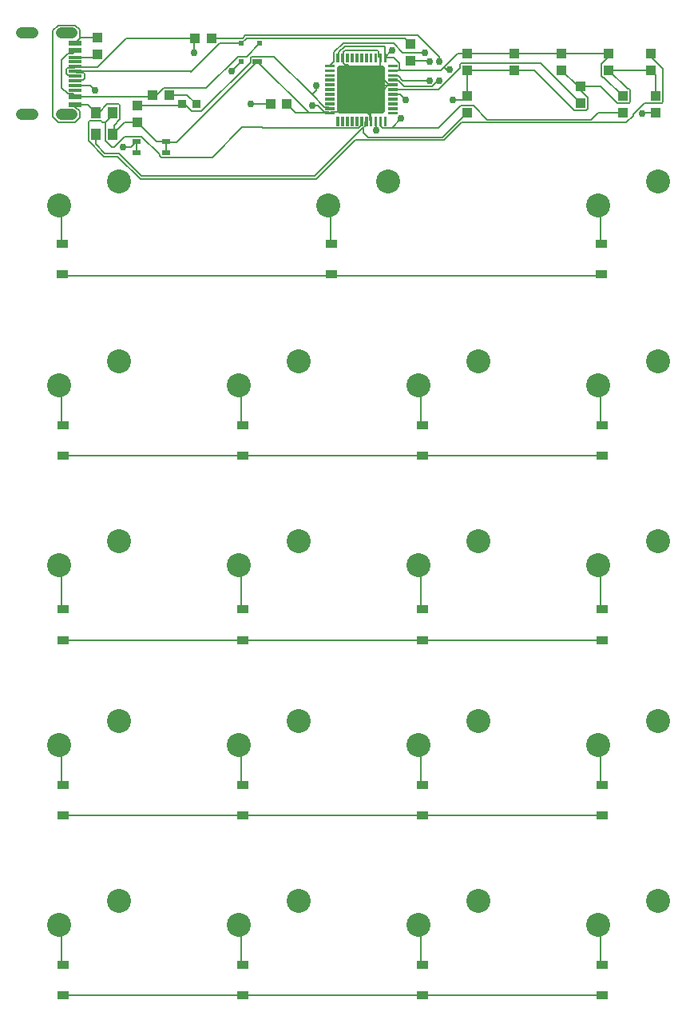
<source format=gbr>
G04 EAGLE Gerber RS-274X export*
G75*
%MOMM*%
%FSLAX34Y34*%
%LPD*%
%INBottom Copper*%
%IPPOS*%
%AMOC8*
5,1,8,0,0,1.08239X$1,22.5*%
G01*
%ADD10C,2.540000*%
%ADD11R,1.220000X0.910000*%
%ADD12C,0.508000*%
%ADD13C,0.075000*%
%ADD14R,1.450000X0.600000*%
%ADD15R,1.450000X0.300000*%
%ADD16C,1.158000*%
%ADD17R,1.080000X1.050000*%
%ADD18R,1.050000X1.080000*%
%ADD19R,1.050000X1.300000*%
%ADD20R,0.950000X0.550000*%
%ADD21R,0.900000X0.970200*%
%ADD22R,0.932600X0.970200*%
%ADD23R,1.000000X0.600000*%
%ADD24R,0.600000X0.600000*%
%ADD25R,1.000000X1.000000*%
%ADD26C,0.152400*%
%ADD27C,0.756400*%


D10*
X57150Y882650D03*
X120650Y908050D03*
X342900Y882650D03*
X406400Y908050D03*
X628650Y882650D03*
X692150Y908050D03*
X57150Y692150D03*
X120650Y717550D03*
X247650Y692150D03*
X311150Y717550D03*
X438150Y692150D03*
X501650Y717550D03*
X628650Y692150D03*
X692150Y717550D03*
X57150Y501650D03*
X120650Y527050D03*
X247650Y501650D03*
X311150Y527050D03*
X438150Y501650D03*
X501650Y527050D03*
X628650Y501650D03*
X692150Y527050D03*
X57150Y311150D03*
X120650Y336550D03*
X247650Y311150D03*
X311150Y336550D03*
X438150Y311150D03*
X501650Y336550D03*
X628650Y311150D03*
X692150Y336550D03*
X57150Y120650D03*
X120650Y146050D03*
X247650Y120650D03*
X311150Y146050D03*
X438150Y120650D03*
X501650Y146050D03*
X628650Y120650D03*
X692150Y146050D03*
D11*
X60559Y809878D03*
X60559Y842578D03*
X346309Y809878D03*
X346309Y842578D03*
X632059Y809878D03*
X632059Y842578D03*
X61438Y617775D03*
X61438Y650475D03*
X251938Y617775D03*
X251938Y650475D03*
X442438Y617775D03*
X442438Y650475D03*
X632938Y617775D03*
X632938Y650475D03*
X61438Y422275D03*
X61438Y454975D03*
X251938Y422275D03*
X251938Y454975D03*
X442438Y422275D03*
X442438Y454975D03*
X632938Y422275D03*
X632938Y454975D03*
X61438Y236775D03*
X61438Y269475D03*
X251938Y236775D03*
X251938Y269475D03*
X442438Y236775D03*
X442438Y269475D03*
X632938Y236775D03*
X632938Y269475D03*
X61438Y46275D03*
X61438Y78975D03*
X251938Y46275D03*
X251938Y78975D03*
X442438Y46275D03*
X442438Y78975D03*
X632938Y46275D03*
X632938Y78975D03*
D12*
X400370Y1028855D02*
X354650Y1028855D01*
X400370Y1028855D02*
X400370Y983135D01*
X354650Y983135D01*
X354650Y1028855D01*
X354650Y987961D02*
X400370Y987961D01*
X400370Y992787D02*
X354650Y992787D01*
X354650Y997613D02*
X400370Y997613D01*
X400370Y1002439D02*
X354650Y1002439D01*
X354650Y1007265D02*
X400370Y1007265D01*
X400370Y1012091D02*
X354650Y1012091D01*
X354650Y1016917D02*
X400370Y1016917D01*
X400370Y1021743D02*
X354650Y1021743D01*
X354650Y1026569D02*
X400370Y1026569D01*
D13*
X406385Y1029870D02*
X415635Y1029870D01*
X406385Y1029870D02*
X406385Y1032120D01*
X415635Y1032120D01*
X415635Y1029870D01*
X415635Y1030582D02*
X406385Y1030582D01*
X406385Y1031294D02*
X415635Y1031294D01*
X415635Y1032006D02*
X406385Y1032006D01*
X406385Y1024870D02*
X415635Y1024870D01*
X406385Y1024870D02*
X406385Y1027120D01*
X415635Y1027120D01*
X415635Y1024870D01*
X415635Y1025582D02*
X406385Y1025582D01*
X406385Y1026294D02*
X415635Y1026294D01*
X415635Y1027006D02*
X406385Y1027006D01*
X406385Y1019870D02*
X415635Y1019870D01*
X406385Y1019870D02*
X406385Y1022120D01*
X415635Y1022120D01*
X415635Y1019870D01*
X415635Y1020582D02*
X406385Y1020582D01*
X406385Y1021294D02*
X415635Y1021294D01*
X415635Y1022006D02*
X406385Y1022006D01*
X406385Y1014870D02*
X415635Y1014870D01*
X406385Y1014870D02*
X406385Y1017120D01*
X415635Y1017120D01*
X415635Y1014870D01*
X415635Y1015582D02*
X406385Y1015582D01*
X406385Y1016294D02*
X415635Y1016294D01*
X415635Y1017006D02*
X406385Y1017006D01*
X406385Y1009870D02*
X415635Y1009870D01*
X406385Y1009870D02*
X406385Y1012120D01*
X415635Y1012120D01*
X415635Y1009870D01*
X415635Y1010582D02*
X406385Y1010582D01*
X406385Y1011294D02*
X415635Y1011294D01*
X415635Y1012006D02*
X406385Y1012006D01*
X406385Y1004870D02*
X415635Y1004870D01*
X406385Y1004870D02*
X406385Y1007120D01*
X415635Y1007120D01*
X415635Y1004870D01*
X415635Y1005582D02*
X406385Y1005582D01*
X406385Y1006294D02*
X415635Y1006294D01*
X415635Y1007006D02*
X406385Y1007006D01*
X406385Y999870D02*
X415635Y999870D01*
X406385Y999870D02*
X406385Y1002120D01*
X415635Y1002120D01*
X415635Y999870D01*
X415635Y1000582D02*
X406385Y1000582D01*
X406385Y1001294D02*
X415635Y1001294D01*
X415635Y1002006D02*
X406385Y1002006D01*
X406385Y994870D02*
X415635Y994870D01*
X406385Y994870D02*
X406385Y997120D01*
X415635Y997120D01*
X415635Y994870D01*
X415635Y995582D02*
X406385Y995582D01*
X406385Y996294D02*
X415635Y996294D01*
X415635Y997006D02*
X406385Y997006D01*
X406385Y989870D02*
X415635Y989870D01*
X406385Y989870D02*
X406385Y992120D01*
X415635Y992120D01*
X415635Y989870D01*
X415635Y990582D02*
X406385Y990582D01*
X406385Y991294D02*
X415635Y991294D01*
X415635Y992006D02*
X406385Y992006D01*
X406385Y984870D02*
X415635Y984870D01*
X406385Y984870D02*
X406385Y987120D01*
X415635Y987120D01*
X415635Y984870D01*
X415635Y985582D02*
X406385Y985582D01*
X406385Y986294D02*
X415635Y986294D01*
X415635Y987006D02*
X406385Y987006D01*
X406385Y979870D02*
X415635Y979870D01*
X406385Y979870D02*
X406385Y982120D01*
X415635Y982120D01*
X415635Y979870D01*
X415635Y980582D02*
X406385Y980582D01*
X406385Y981294D02*
X415635Y981294D01*
X415635Y982006D02*
X406385Y982006D01*
X401385Y977120D02*
X401385Y967870D01*
X401385Y977120D02*
X403635Y977120D01*
X403635Y967870D01*
X401385Y967870D01*
X401385Y968582D02*
X403635Y968582D01*
X403635Y969294D02*
X401385Y969294D01*
X401385Y970006D02*
X403635Y970006D01*
X403635Y970718D02*
X401385Y970718D01*
X401385Y971430D02*
X403635Y971430D01*
X403635Y972142D02*
X401385Y972142D01*
X401385Y972854D02*
X403635Y972854D01*
X403635Y973566D02*
X401385Y973566D01*
X401385Y974278D02*
X403635Y974278D01*
X403635Y974990D02*
X401385Y974990D01*
X401385Y975702D02*
X403635Y975702D01*
X403635Y976414D02*
X401385Y976414D01*
X396385Y977120D02*
X396385Y967870D01*
X396385Y977120D02*
X398635Y977120D01*
X398635Y967870D01*
X396385Y967870D01*
X396385Y968582D02*
X398635Y968582D01*
X398635Y969294D02*
X396385Y969294D01*
X396385Y970006D02*
X398635Y970006D01*
X398635Y970718D02*
X396385Y970718D01*
X396385Y971430D02*
X398635Y971430D01*
X398635Y972142D02*
X396385Y972142D01*
X396385Y972854D02*
X398635Y972854D01*
X398635Y973566D02*
X396385Y973566D01*
X396385Y974278D02*
X398635Y974278D01*
X398635Y974990D02*
X396385Y974990D01*
X396385Y975702D02*
X398635Y975702D01*
X398635Y976414D02*
X396385Y976414D01*
X391385Y977120D02*
X391385Y967870D01*
X391385Y977120D02*
X393635Y977120D01*
X393635Y967870D01*
X391385Y967870D01*
X391385Y968582D02*
X393635Y968582D01*
X393635Y969294D02*
X391385Y969294D01*
X391385Y970006D02*
X393635Y970006D01*
X393635Y970718D02*
X391385Y970718D01*
X391385Y971430D02*
X393635Y971430D01*
X393635Y972142D02*
X391385Y972142D01*
X391385Y972854D02*
X393635Y972854D01*
X393635Y973566D02*
X391385Y973566D01*
X391385Y974278D02*
X393635Y974278D01*
X393635Y974990D02*
X391385Y974990D01*
X391385Y975702D02*
X393635Y975702D01*
X393635Y976414D02*
X391385Y976414D01*
X386385Y977120D02*
X386385Y967870D01*
X386385Y977120D02*
X388635Y977120D01*
X388635Y967870D01*
X386385Y967870D01*
X386385Y968582D02*
X388635Y968582D01*
X388635Y969294D02*
X386385Y969294D01*
X386385Y970006D02*
X388635Y970006D01*
X388635Y970718D02*
X386385Y970718D01*
X386385Y971430D02*
X388635Y971430D01*
X388635Y972142D02*
X386385Y972142D01*
X386385Y972854D02*
X388635Y972854D01*
X388635Y973566D02*
X386385Y973566D01*
X386385Y974278D02*
X388635Y974278D01*
X388635Y974990D02*
X386385Y974990D01*
X386385Y975702D02*
X388635Y975702D01*
X388635Y976414D02*
X386385Y976414D01*
X381385Y977120D02*
X381385Y967870D01*
X381385Y977120D02*
X383635Y977120D01*
X383635Y967870D01*
X381385Y967870D01*
X381385Y968582D02*
X383635Y968582D01*
X383635Y969294D02*
X381385Y969294D01*
X381385Y970006D02*
X383635Y970006D01*
X383635Y970718D02*
X381385Y970718D01*
X381385Y971430D02*
X383635Y971430D01*
X383635Y972142D02*
X381385Y972142D01*
X381385Y972854D02*
X383635Y972854D01*
X383635Y973566D02*
X381385Y973566D01*
X381385Y974278D02*
X383635Y974278D01*
X383635Y974990D02*
X381385Y974990D01*
X381385Y975702D02*
X383635Y975702D01*
X383635Y976414D02*
X381385Y976414D01*
X376385Y977120D02*
X376385Y967870D01*
X376385Y977120D02*
X378635Y977120D01*
X378635Y967870D01*
X376385Y967870D01*
X376385Y968582D02*
X378635Y968582D01*
X378635Y969294D02*
X376385Y969294D01*
X376385Y970006D02*
X378635Y970006D01*
X378635Y970718D02*
X376385Y970718D01*
X376385Y971430D02*
X378635Y971430D01*
X378635Y972142D02*
X376385Y972142D01*
X376385Y972854D02*
X378635Y972854D01*
X378635Y973566D02*
X376385Y973566D01*
X376385Y974278D02*
X378635Y974278D01*
X378635Y974990D02*
X376385Y974990D01*
X376385Y975702D02*
X378635Y975702D01*
X378635Y976414D02*
X376385Y976414D01*
X371385Y977120D02*
X371385Y967870D01*
X371385Y977120D02*
X373635Y977120D01*
X373635Y967870D01*
X371385Y967870D01*
X371385Y968582D02*
X373635Y968582D01*
X373635Y969294D02*
X371385Y969294D01*
X371385Y970006D02*
X373635Y970006D01*
X373635Y970718D02*
X371385Y970718D01*
X371385Y971430D02*
X373635Y971430D01*
X373635Y972142D02*
X371385Y972142D01*
X371385Y972854D02*
X373635Y972854D01*
X373635Y973566D02*
X371385Y973566D01*
X371385Y974278D02*
X373635Y974278D01*
X373635Y974990D02*
X371385Y974990D01*
X371385Y975702D02*
X373635Y975702D01*
X373635Y976414D02*
X371385Y976414D01*
X366385Y977120D02*
X366385Y967870D01*
X366385Y977120D02*
X368635Y977120D01*
X368635Y967870D01*
X366385Y967870D01*
X366385Y968582D02*
X368635Y968582D01*
X368635Y969294D02*
X366385Y969294D01*
X366385Y970006D02*
X368635Y970006D01*
X368635Y970718D02*
X366385Y970718D01*
X366385Y971430D02*
X368635Y971430D01*
X368635Y972142D02*
X366385Y972142D01*
X366385Y972854D02*
X368635Y972854D01*
X368635Y973566D02*
X366385Y973566D01*
X366385Y974278D02*
X368635Y974278D01*
X368635Y974990D02*
X366385Y974990D01*
X366385Y975702D02*
X368635Y975702D01*
X368635Y976414D02*
X366385Y976414D01*
X361385Y977120D02*
X361385Y967870D01*
X361385Y977120D02*
X363635Y977120D01*
X363635Y967870D01*
X361385Y967870D01*
X361385Y968582D02*
X363635Y968582D01*
X363635Y969294D02*
X361385Y969294D01*
X361385Y970006D02*
X363635Y970006D01*
X363635Y970718D02*
X361385Y970718D01*
X361385Y971430D02*
X363635Y971430D01*
X363635Y972142D02*
X361385Y972142D01*
X361385Y972854D02*
X363635Y972854D01*
X363635Y973566D02*
X361385Y973566D01*
X361385Y974278D02*
X363635Y974278D01*
X363635Y974990D02*
X361385Y974990D01*
X361385Y975702D02*
X363635Y975702D01*
X363635Y976414D02*
X361385Y976414D01*
X356385Y977120D02*
X356385Y967870D01*
X356385Y977120D02*
X358635Y977120D01*
X358635Y967870D01*
X356385Y967870D01*
X356385Y968582D02*
X358635Y968582D01*
X358635Y969294D02*
X356385Y969294D01*
X356385Y970006D02*
X358635Y970006D01*
X358635Y970718D02*
X356385Y970718D01*
X356385Y971430D02*
X358635Y971430D01*
X358635Y972142D02*
X356385Y972142D01*
X356385Y972854D02*
X358635Y972854D01*
X358635Y973566D02*
X356385Y973566D01*
X356385Y974278D02*
X358635Y974278D01*
X358635Y974990D02*
X356385Y974990D01*
X356385Y975702D02*
X358635Y975702D01*
X358635Y976414D02*
X356385Y976414D01*
X351385Y977120D02*
X351385Y967870D01*
X351385Y977120D02*
X353635Y977120D01*
X353635Y967870D01*
X351385Y967870D01*
X351385Y968582D02*
X353635Y968582D01*
X353635Y969294D02*
X351385Y969294D01*
X351385Y970006D02*
X353635Y970006D01*
X353635Y970718D02*
X351385Y970718D01*
X351385Y971430D02*
X353635Y971430D01*
X353635Y972142D02*
X351385Y972142D01*
X351385Y972854D02*
X353635Y972854D01*
X353635Y973566D02*
X351385Y973566D01*
X351385Y974278D02*
X353635Y974278D01*
X353635Y974990D02*
X351385Y974990D01*
X351385Y975702D02*
X353635Y975702D01*
X353635Y976414D02*
X351385Y976414D01*
X348635Y982120D02*
X339385Y982120D01*
X348635Y982120D02*
X348635Y979870D01*
X339385Y979870D01*
X339385Y982120D01*
X339385Y980582D02*
X348635Y980582D01*
X348635Y981294D02*
X339385Y981294D01*
X339385Y982006D02*
X348635Y982006D01*
X348635Y987120D02*
X339385Y987120D01*
X348635Y987120D02*
X348635Y984870D01*
X339385Y984870D01*
X339385Y987120D01*
X339385Y985582D02*
X348635Y985582D01*
X348635Y986294D02*
X339385Y986294D01*
X339385Y987006D02*
X348635Y987006D01*
X348635Y992120D02*
X339385Y992120D01*
X348635Y992120D02*
X348635Y989870D01*
X339385Y989870D01*
X339385Y992120D01*
X339385Y990582D02*
X348635Y990582D01*
X348635Y991294D02*
X339385Y991294D01*
X339385Y992006D02*
X348635Y992006D01*
X348635Y997120D02*
X339385Y997120D01*
X348635Y997120D02*
X348635Y994870D01*
X339385Y994870D01*
X339385Y997120D01*
X339385Y995582D02*
X348635Y995582D01*
X348635Y996294D02*
X339385Y996294D01*
X339385Y997006D02*
X348635Y997006D01*
X348635Y1002120D02*
X339385Y1002120D01*
X348635Y1002120D02*
X348635Y999870D01*
X339385Y999870D01*
X339385Y1002120D01*
X339385Y1000582D02*
X348635Y1000582D01*
X348635Y1001294D02*
X339385Y1001294D01*
X339385Y1002006D02*
X348635Y1002006D01*
X348635Y1007120D02*
X339385Y1007120D01*
X348635Y1007120D02*
X348635Y1004870D01*
X339385Y1004870D01*
X339385Y1007120D01*
X339385Y1005582D02*
X348635Y1005582D01*
X348635Y1006294D02*
X339385Y1006294D01*
X339385Y1007006D02*
X348635Y1007006D01*
X348635Y1012120D02*
X339385Y1012120D01*
X348635Y1012120D02*
X348635Y1009870D01*
X339385Y1009870D01*
X339385Y1012120D01*
X339385Y1010582D02*
X348635Y1010582D01*
X348635Y1011294D02*
X339385Y1011294D01*
X339385Y1012006D02*
X348635Y1012006D01*
X348635Y1017120D02*
X339385Y1017120D01*
X348635Y1017120D02*
X348635Y1014870D01*
X339385Y1014870D01*
X339385Y1017120D01*
X339385Y1015582D02*
X348635Y1015582D01*
X348635Y1016294D02*
X339385Y1016294D01*
X339385Y1017006D02*
X348635Y1017006D01*
X348635Y1022120D02*
X339385Y1022120D01*
X348635Y1022120D02*
X348635Y1019870D01*
X339385Y1019870D01*
X339385Y1022120D01*
X339385Y1020582D02*
X348635Y1020582D01*
X348635Y1021294D02*
X339385Y1021294D01*
X339385Y1022006D02*
X348635Y1022006D01*
X348635Y1027120D02*
X339385Y1027120D01*
X348635Y1027120D02*
X348635Y1024870D01*
X339385Y1024870D01*
X339385Y1027120D01*
X339385Y1025582D02*
X348635Y1025582D01*
X348635Y1026294D02*
X339385Y1026294D01*
X339385Y1027006D02*
X348635Y1027006D01*
X348635Y1032120D02*
X339385Y1032120D01*
X348635Y1032120D02*
X348635Y1029870D01*
X339385Y1029870D01*
X339385Y1032120D01*
X339385Y1030582D02*
X348635Y1030582D01*
X348635Y1031294D02*
X339385Y1031294D01*
X339385Y1032006D02*
X348635Y1032006D01*
X353635Y1034870D02*
X353635Y1044120D01*
X353635Y1034870D02*
X351385Y1034870D01*
X351385Y1044120D01*
X353635Y1044120D01*
X353635Y1035582D02*
X351385Y1035582D01*
X351385Y1036294D02*
X353635Y1036294D01*
X353635Y1037006D02*
X351385Y1037006D01*
X351385Y1037718D02*
X353635Y1037718D01*
X353635Y1038430D02*
X351385Y1038430D01*
X351385Y1039142D02*
X353635Y1039142D01*
X353635Y1039854D02*
X351385Y1039854D01*
X351385Y1040566D02*
X353635Y1040566D01*
X353635Y1041278D02*
X351385Y1041278D01*
X351385Y1041990D02*
X353635Y1041990D01*
X353635Y1042702D02*
X351385Y1042702D01*
X351385Y1043414D02*
X353635Y1043414D01*
X358635Y1044120D02*
X358635Y1034870D01*
X356385Y1034870D01*
X356385Y1044120D01*
X358635Y1044120D01*
X358635Y1035582D02*
X356385Y1035582D01*
X356385Y1036294D02*
X358635Y1036294D01*
X358635Y1037006D02*
X356385Y1037006D01*
X356385Y1037718D02*
X358635Y1037718D01*
X358635Y1038430D02*
X356385Y1038430D01*
X356385Y1039142D02*
X358635Y1039142D01*
X358635Y1039854D02*
X356385Y1039854D01*
X356385Y1040566D02*
X358635Y1040566D01*
X358635Y1041278D02*
X356385Y1041278D01*
X356385Y1041990D02*
X358635Y1041990D01*
X358635Y1042702D02*
X356385Y1042702D01*
X356385Y1043414D02*
X358635Y1043414D01*
X363635Y1044120D02*
X363635Y1034870D01*
X361385Y1034870D01*
X361385Y1044120D01*
X363635Y1044120D01*
X363635Y1035582D02*
X361385Y1035582D01*
X361385Y1036294D02*
X363635Y1036294D01*
X363635Y1037006D02*
X361385Y1037006D01*
X361385Y1037718D02*
X363635Y1037718D01*
X363635Y1038430D02*
X361385Y1038430D01*
X361385Y1039142D02*
X363635Y1039142D01*
X363635Y1039854D02*
X361385Y1039854D01*
X361385Y1040566D02*
X363635Y1040566D01*
X363635Y1041278D02*
X361385Y1041278D01*
X361385Y1041990D02*
X363635Y1041990D01*
X363635Y1042702D02*
X361385Y1042702D01*
X361385Y1043414D02*
X363635Y1043414D01*
X368635Y1044120D02*
X368635Y1034870D01*
X366385Y1034870D01*
X366385Y1044120D01*
X368635Y1044120D01*
X368635Y1035582D02*
X366385Y1035582D01*
X366385Y1036294D02*
X368635Y1036294D01*
X368635Y1037006D02*
X366385Y1037006D01*
X366385Y1037718D02*
X368635Y1037718D01*
X368635Y1038430D02*
X366385Y1038430D01*
X366385Y1039142D02*
X368635Y1039142D01*
X368635Y1039854D02*
X366385Y1039854D01*
X366385Y1040566D02*
X368635Y1040566D01*
X368635Y1041278D02*
X366385Y1041278D01*
X366385Y1041990D02*
X368635Y1041990D01*
X368635Y1042702D02*
X366385Y1042702D01*
X366385Y1043414D02*
X368635Y1043414D01*
X373635Y1044120D02*
X373635Y1034870D01*
X371385Y1034870D01*
X371385Y1044120D01*
X373635Y1044120D01*
X373635Y1035582D02*
X371385Y1035582D01*
X371385Y1036294D02*
X373635Y1036294D01*
X373635Y1037006D02*
X371385Y1037006D01*
X371385Y1037718D02*
X373635Y1037718D01*
X373635Y1038430D02*
X371385Y1038430D01*
X371385Y1039142D02*
X373635Y1039142D01*
X373635Y1039854D02*
X371385Y1039854D01*
X371385Y1040566D02*
X373635Y1040566D01*
X373635Y1041278D02*
X371385Y1041278D01*
X371385Y1041990D02*
X373635Y1041990D01*
X373635Y1042702D02*
X371385Y1042702D01*
X371385Y1043414D02*
X373635Y1043414D01*
X378635Y1044120D02*
X378635Y1034870D01*
X376385Y1034870D01*
X376385Y1044120D01*
X378635Y1044120D01*
X378635Y1035582D02*
X376385Y1035582D01*
X376385Y1036294D02*
X378635Y1036294D01*
X378635Y1037006D02*
X376385Y1037006D01*
X376385Y1037718D02*
X378635Y1037718D01*
X378635Y1038430D02*
X376385Y1038430D01*
X376385Y1039142D02*
X378635Y1039142D01*
X378635Y1039854D02*
X376385Y1039854D01*
X376385Y1040566D02*
X378635Y1040566D01*
X378635Y1041278D02*
X376385Y1041278D01*
X376385Y1041990D02*
X378635Y1041990D01*
X378635Y1042702D02*
X376385Y1042702D01*
X376385Y1043414D02*
X378635Y1043414D01*
X383635Y1044120D02*
X383635Y1034870D01*
X381385Y1034870D01*
X381385Y1044120D01*
X383635Y1044120D01*
X383635Y1035582D02*
X381385Y1035582D01*
X381385Y1036294D02*
X383635Y1036294D01*
X383635Y1037006D02*
X381385Y1037006D01*
X381385Y1037718D02*
X383635Y1037718D01*
X383635Y1038430D02*
X381385Y1038430D01*
X381385Y1039142D02*
X383635Y1039142D01*
X383635Y1039854D02*
X381385Y1039854D01*
X381385Y1040566D02*
X383635Y1040566D01*
X383635Y1041278D02*
X381385Y1041278D01*
X381385Y1041990D02*
X383635Y1041990D01*
X383635Y1042702D02*
X381385Y1042702D01*
X381385Y1043414D02*
X383635Y1043414D01*
X388635Y1044120D02*
X388635Y1034870D01*
X386385Y1034870D01*
X386385Y1044120D01*
X388635Y1044120D01*
X388635Y1035582D02*
X386385Y1035582D01*
X386385Y1036294D02*
X388635Y1036294D01*
X388635Y1037006D02*
X386385Y1037006D01*
X386385Y1037718D02*
X388635Y1037718D01*
X388635Y1038430D02*
X386385Y1038430D01*
X386385Y1039142D02*
X388635Y1039142D01*
X388635Y1039854D02*
X386385Y1039854D01*
X386385Y1040566D02*
X388635Y1040566D01*
X388635Y1041278D02*
X386385Y1041278D01*
X386385Y1041990D02*
X388635Y1041990D01*
X388635Y1042702D02*
X386385Y1042702D01*
X386385Y1043414D02*
X388635Y1043414D01*
X393635Y1044120D02*
X393635Y1034870D01*
X391385Y1034870D01*
X391385Y1044120D01*
X393635Y1044120D01*
X393635Y1035582D02*
X391385Y1035582D01*
X391385Y1036294D02*
X393635Y1036294D01*
X393635Y1037006D02*
X391385Y1037006D01*
X391385Y1037718D02*
X393635Y1037718D01*
X393635Y1038430D02*
X391385Y1038430D01*
X391385Y1039142D02*
X393635Y1039142D01*
X393635Y1039854D02*
X391385Y1039854D01*
X391385Y1040566D02*
X393635Y1040566D01*
X393635Y1041278D02*
X391385Y1041278D01*
X391385Y1041990D02*
X393635Y1041990D01*
X393635Y1042702D02*
X391385Y1042702D01*
X391385Y1043414D02*
X393635Y1043414D01*
X398635Y1044120D02*
X398635Y1034870D01*
X396385Y1034870D01*
X396385Y1044120D01*
X398635Y1044120D01*
X398635Y1035582D02*
X396385Y1035582D01*
X396385Y1036294D02*
X398635Y1036294D01*
X398635Y1037006D02*
X396385Y1037006D01*
X396385Y1037718D02*
X398635Y1037718D01*
X398635Y1038430D02*
X396385Y1038430D01*
X396385Y1039142D02*
X398635Y1039142D01*
X398635Y1039854D02*
X396385Y1039854D01*
X396385Y1040566D02*
X398635Y1040566D01*
X398635Y1041278D02*
X396385Y1041278D01*
X396385Y1041990D02*
X398635Y1041990D01*
X398635Y1042702D02*
X396385Y1042702D01*
X396385Y1043414D02*
X398635Y1043414D01*
X403635Y1044120D02*
X403635Y1034870D01*
X401385Y1034870D01*
X401385Y1044120D01*
X403635Y1044120D01*
X403635Y1035582D02*
X401385Y1035582D01*
X401385Y1036294D02*
X403635Y1036294D01*
X403635Y1037006D02*
X401385Y1037006D01*
X401385Y1037718D02*
X403635Y1037718D01*
X403635Y1038430D02*
X401385Y1038430D01*
X401385Y1039142D02*
X403635Y1039142D01*
X403635Y1039854D02*
X401385Y1039854D01*
X401385Y1040566D02*
X403635Y1040566D01*
X403635Y1041278D02*
X401385Y1041278D01*
X401385Y1041990D02*
X403635Y1041990D01*
X403635Y1042702D02*
X401385Y1042702D01*
X401385Y1043414D02*
X403635Y1043414D01*
D14*
X74415Y989915D03*
X74415Y997915D03*
D15*
X74415Y1019915D03*
X74415Y1014915D03*
X74415Y1009915D03*
X74415Y1004915D03*
X74415Y1024915D03*
X74415Y1029915D03*
X74415Y1034915D03*
X74415Y1039915D03*
D14*
X74415Y1046915D03*
X74415Y1054915D03*
D16*
X71055Y979215D02*
X59475Y979215D01*
X59475Y1065615D02*
X71055Y1065615D01*
X29255Y979215D02*
X17675Y979215D01*
X17675Y1065615D02*
X29255Y1065615D01*
D17*
X97573Y1060604D03*
X97573Y1043104D03*
D18*
X281250Y990000D03*
X298750Y990000D03*
D17*
X140000Y971250D03*
X140000Y988750D03*
X490000Y1026250D03*
X490000Y1043750D03*
X540000Y1026250D03*
X540000Y1043750D03*
X590000Y1026250D03*
X590000Y1043750D03*
X640000Y1026250D03*
X640000Y1043750D03*
X610000Y1008750D03*
X610000Y991250D03*
X430000Y1053750D03*
X430000Y1036250D03*
D18*
X201250Y1060000D03*
X218750Y1060000D03*
D19*
X95750Y958500D03*
X114250Y958500D03*
X114250Y981500D03*
X95750Y981500D03*
D17*
X685000Y1026250D03*
X685000Y1043750D03*
X490000Y998750D03*
X490000Y981250D03*
D20*
X171000Y951000D03*
X171000Y939000D03*
X139000Y939000D03*
X139000Y951000D03*
D17*
X655000Y998750D03*
X655000Y981250D03*
X690000Y998750D03*
X690000Y981250D03*
D21*
X202851Y990000D03*
D22*
X187312Y990000D03*
D23*
X267500Y1035500D03*
D24*
X250500Y1035500D03*
X269500Y1054500D03*
X250500Y1054500D03*
D25*
X174000Y1000000D03*
X156000Y1000000D03*
D26*
X59408Y880392D02*
X59408Y843729D01*
X60559Y842578D01*
X59408Y880392D02*
X57150Y882650D01*
X345158Y843729D02*
X346309Y842578D01*
X345158Y843729D02*
X345158Y880392D01*
X342900Y882650D01*
X630908Y843729D02*
X632059Y842578D01*
X630908Y843729D02*
X630908Y880392D01*
X628650Y882650D01*
X61438Y650475D02*
X59408Y652505D01*
X59408Y689892D01*
X57150Y692150D01*
X249908Y652505D02*
X251938Y650475D01*
X249908Y652505D02*
X249908Y689892D01*
X247650Y692150D01*
X440408Y689892D02*
X440408Y652505D01*
X442438Y650475D01*
X440408Y689892D02*
X438150Y692150D01*
X630908Y689892D02*
X630908Y652505D01*
X632938Y650475D01*
X630908Y689892D02*
X628650Y692150D01*
X61438Y454975D02*
X59408Y457005D01*
X59408Y499392D01*
X57150Y501650D01*
X249908Y499392D02*
X249908Y457005D01*
X251938Y454975D01*
X249908Y499392D02*
X247650Y501650D01*
X440408Y499392D02*
X440408Y457005D01*
X442438Y454975D01*
X440408Y499392D02*
X438150Y501650D01*
X630908Y499392D02*
X630908Y457005D01*
X632938Y454975D01*
X630908Y499392D02*
X628650Y501650D01*
X61438Y269475D02*
X59408Y271505D01*
X59408Y308892D01*
X57150Y311150D01*
X249908Y308892D02*
X249908Y271505D01*
X251938Y269475D01*
X249908Y308892D02*
X247650Y311150D01*
X440408Y308892D02*
X440408Y271505D01*
X442438Y269475D01*
X440408Y308892D02*
X438150Y311150D01*
X630908Y271505D02*
X632938Y269475D01*
X630908Y271505D02*
X630908Y308892D01*
X628650Y311150D01*
X61438Y78975D02*
X59408Y81005D01*
X59408Y118392D01*
X57150Y120650D01*
X249908Y118392D02*
X249908Y81005D01*
X251938Y78975D01*
X249908Y118392D02*
X247650Y120650D01*
X440408Y81005D02*
X442438Y78975D01*
X440408Y81005D02*
X440408Y118392D01*
X438150Y120650D01*
X630908Y81005D02*
X632938Y78975D01*
X630908Y81005D02*
X630908Y118392D01*
X628650Y120650D01*
X270737Y808342D02*
X62095Y808342D01*
X60559Y809878D01*
X344774Y808342D02*
X346309Y809878D01*
X347845Y808342D01*
X344774Y808342D02*
X253263Y808342D01*
X347845Y808342D02*
X508737Y808342D01*
X630524Y808342D02*
X632059Y809878D01*
X630524Y808342D02*
X491263Y808342D01*
X251938Y617775D02*
X61438Y617775D01*
X251938Y617775D02*
X442438Y617775D01*
X632938Y617775D01*
X251938Y422275D02*
X61438Y422275D01*
X251938Y422275D02*
X442438Y422275D01*
X632938Y422275D01*
X251938Y236775D02*
X61438Y236775D01*
X251938Y236775D02*
X442438Y236775D01*
X632938Y236775D01*
X251938Y46275D02*
X61438Y46275D01*
X251938Y46275D02*
X442438Y46275D01*
X632938Y46275D01*
X461623Y1025778D02*
X420000Y1025778D01*
X413177Y1025778D01*
X412960Y1025995D01*
X411010Y1025995D01*
X479595Y1043750D02*
X490000Y1043750D01*
X479595Y1043750D02*
X465422Y1029578D01*
X461623Y1025778D01*
X490000Y1043750D02*
X540000Y1043750D01*
X590000Y1043750D01*
X640000Y1043750D01*
X632314Y1032447D02*
X632314Y1020053D01*
X633653Y1018714D01*
X640000Y1040133D02*
X640000Y1043750D01*
X635036Y1018714D02*
X633653Y1018714D01*
X635036Y1018714D02*
X655000Y998750D01*
X632314Y1032447D02*
X640000Y1040133D01*
X186062Y988750D02*
X140000Y988750D01*
X186062Y988750D02*
X187312Y990000D01*
X197404Y982863D02*
X208298Y982863D01*
X260214Y1039447D02*
X261553Y1040786D01*
X338283Y987209D02*
X342796Y987209D01*
X344010Y985995D01*
X191517Y988750D02*
X140000Y988750D01*
X191517Y988750D02*
X197404Y982863D01*
X260214Y1034779D02*
X260214Y1039447D01*
X260214Y1034779D02*
X208298Y982863D01*
X261553Y1040786D02*
X284706Y1040786D01*
X325246Y1000246D01*
X338283Y987209D01*
X352510Y1039495D02*
X353724Y1040709D01*
X353724Y1045222D01*
X402566Y1039495D02*
X402566Y1051485D01*
X402510Y1039495D02*
X402566Y1039495D01*
X359986Y1051485D02*
X353724Y1045222D01*
X359986Y1051485D02*
X402566Y1051485D01*
X418296Y1027483D02*
X420000Y1025778D01*
X418296Y1027483D02*
X418296Y1033222D01*
X412023Y1039495D02*
X402510Y1039495D01*
X412023Y1039495D02*
X418296Y1033222D01*
D27*
X425000Y995000D03*
X393599Y962175D03*
X330000Y1010000D03*
X410202Y1046782D03*
D26*
X409797Y1046782D02*
X402510Y1039495D01*
X409797Y1046782D02*
X410202Y1046782D01*
X411010Y1000995D02*
X419005Y1000995D01*
X425000Y995000D01*
X393599Y971406D02*
X392510Y972495D01*
X393599Y971406D02*
X393599Y962175D01*
X330000Y1005000D02*
X330000Y1010000D01*
X330000Y1005000D02*
X325246Y1000246D01*
D27*
X471446Y1026755D03*
D26*
X468245Y1026755D02*
X465422Y1029578D01*
X468245Y1026755D02*
X471446Y1026755D01*
X482314Y1032447D02*
X483653Y1033786D01*
X422013Y1005884D02*
X421902Y1005995D01*
X482314Y1028733D02*
X482314Y1032447D01*
X482314Y1028733D02*
X459466Y1005884D01*
X422013Y1005884D01*
X483653Y1033786D02*
X567464Y1033786D01*
X610000Y991250D01*
X421902Y1005995D02*
X411010Y1005995D01*
D27*
X450000Y1035000D03*
X450000Y1015000D03*
D26*
X448750Y1036250D02*
X430000Y1036250D01*
X448750Y1036250D02*
X450000Y1035000D01*
X416737Y1019781D02*
X412224Y1019781D01*
X411010Y1020995D01*
X421518Y1015000D02*
X450000Y1015000D01*
X421518Y1015000D02*
X416737Y1019781D01*
X251689Y1060000D02*
X218750Y1060000D01*
X251689Y1060000D02*
X254737Y1063048D01*
X436952Y1063048D01*
X460000Y1040000D01*
D27*
X460000Y1035000D03*
X460000Y1015000D03*
D26*
X460000Y1035000D02*
X460000Y1040000D01*
X412005Y1015000D02*
X411010Y1015995D01*
X412005Y1015000D02*
X417208Y1015000D01*
X458582Y1015000D02*
X460000Y1015000D01*
X458582Y1015000D02*
X452514Y1008932D01*
X423276Y1008932D01*
X417208Y1015000D01*
X106714Y970947D02*
X106714Y951053D01*
X113053Y944714D01*
X115447Y944714D01*
X163964Y935303D02*
X165303Y933964D01*
X251296Y965492D02*
X272704Y965492D01*
X273196Y965000D01*
X375000Y965000D01*
X114250Y978483D02*
X114250Y981500D01*
X114250Y978483D02*
X106714Y970947D01*
X126769Y956036D02*
X115447Y944714D01*
X165303Y933964D02*
X219768Y933964D01*
X251296Y965492D01*
X144697Y956036D02*
X126769Y956036D01*
X144697Y956036D02*
X163964Y936769D01*
X163964Y935303D01*
X375000Y965000D02*
X377510Y967510D01*
X377510Y972495D01*
X696347Y991214D02*
X697686Y992553D01*
X104553Y934714D02*
X88214Y951053D01*
X88214Y970947D01*
X89553Y972286D01*
X101947Y972286D01*
X143386Y910760D02*
X329598Y910760D01*
X371000Y952161D01*
X465222Y952161D01*
X483727Y970666D01*
X119432Y934714D02*
X104553Y934714D01*
X119432Y934714D02*
X143386Y910760D01*
X658299Y970666D02*
X665734Y978101D01*
X658299Y970666D02*
X483727Y970666D01*
X697686Y992553D02*
X697686Y1027447D01*
X685000Y1040133D02*
X685000Y1043750D01*
X685000Y1040133D02*
X697686Y1027447D01*
X696347Y991214D02*
X677633Y991214D01*
X665734Y979316D01*
X665734Y978101D01*
X103286Y970947D02*
X101947Y972286D01*
X103286Y970947D02*
X106714Y970947D01*
X463959Y955209D02*
X490000Y981250D01*
X463959Y955209D02*
X384791Y955209D01*
X95750Y954384D02*
X95750Y958500D01*
X328336Y913808D02*
X380000Y965472D01*
X380000Y960000D02*
X384791Y955209D01*
X380000Y960000D02*
X380000Y965472D01*
X381296Y966768D01*
X381296Y971281D01*
X382510Y972495D01*
X95750Y958500D02*
X95750Y947828D01*
X105816Y937762D02*
X120695Y937762D01*
X144649Y913808D01*
X105816Y937762D02*
X95750Y947828D01*
X144649Y913808D02*
X328336Y913808D01*
X139000Y939000D02*
X139000Y951000D01*
X410209Y965209D02*
X459737Y965209D01*
X628883Y981250D02*
X655000Y981250D01*
X398724Y971281D02*
X398724Y970000D01*
X398724Y971281D02*
X397510Y972495D01*
X621347Y973714D02*
X628883Y981250D01*
X621347Y973714D02*
X511419Y973714D01*
X496347Y988786D01*
X483314Y988786D01*
X459737Y965209D01*
D27*
X420000Y975000D03*
X125000Y945000D03*
D26*
X133000Y945000D02*
X139000Y951000D01*
X133000Y945000D02*
X125000Y945000D01*
X398724Y966768D02*
X400283Y965209D01*
X398724Y966768D02*
X398724Y970000D01*
X410209Y965209D02*
X420000Y975000D01*
X410209Y965209D02*
X400283Y965209D01*
X344010Y1030995D02*
X348724Y1035709D01*
X348724Y1045222D01*
X358331Y1054829D01*
X411689Y1054829D01*
X421518Y1045000D01*
D27*
X445000Y1045000D03*
X675000Y980000D03*
D26*
X445000Y1045000D02*
X421518Y1045000D01*
X675000Y980000D02*
X676250Y981250D01*
X690000Y981250D01*
X256000Y1060000D02*
X250500Y1054500D01*
X423750Y1060000D02*
X430000Y1053750D01*
X423750Y1060000D02*
X256000Y1060000D01*
X250500Y1054500D02*
X227133Y1054500D01*
X196835Y1024202D01*
X196122Y1024915D02*
X74415Y1024915D01*
X196122Y1024915D02*
X196835Y1024202D01*
X83951Y1022362D02*
X82612Y1023701D01*
X83951Y1022362D02*
X83951Y1017468D01*
X82612Y1016129D01*
X75629Y1016129D01*
X74415Y1014915D01*
X75629Y1023701D02*
X74415Y1024915D01*
X75629Y1023701D02*
X82612Y1023701D01*
X128352Y1060000D02*
X201250Y1060000D01*
X128352Y1060000D02*
X97541Y1029189D01*
X75141Y1029189D02*
X74415Y1029915D01*
X75141Y1029189D02*
X97541Y1029189D01*
X66218Y1021129D02*
X64879Y1022468D01*
X64879Y1027362D01*
X66218Y1028701D01*
X73201Y1028701D01*
X74415Y1029915D01*
X73201Y1021129D02*
X74415Y1019915D01*
X73201Y1021129D02*
X66218Y1021129D01*
D27*
X200000Y1045000D03*
X240000Y1025000D03*
D26*
X201250Y1060000D02*
X200000Y1058750D01*
X200000Y1045000D01*
X240000Y1025000D02*
X250500Y1035500D01*
D27*
X95000Y1005000D03*
X260000Y990000D03*
D26*
X90085Y1009915D02*
X74415Y1009915D01*
X90085Y1009915D02*
X95000Y1005000D01*
X260000Y990000D02*
X281250Y990000D01*
X97573Y1043104D02*
X94384Y1039915D01*
X74415Y1039915D01*
X74415Y1054915D02*
X80104Y1060604D01*
X97573Y1060604D01*
X87335Y989915D02*
X74415Y989915D01*
X87335Y989915D02*
X95750Y981500D01*
X79131Y982560D02*
X79131Y975870D01*
X74400Y971139D01*
X56130Y971139D01*
X56130Y1073691D02*
X74400Y1073691D01*
X79131Y1068960D01*
X50623Y976646D02*
X56130Y971139D01*
X50623Y976646D02*
X50623Y1068184D01*
X56130Y1073691D01*
X79131Y1068960D02*
X79131Y1059631D01*
X74415Y1054915D01*
X74415Y989915D02*
X74415Y987276D01*
X79131Y982560D01*
X114250Y958500D02*
X115375Y959625D01*
X127000Y971250D01*
X140000Y971250D01*
X160250Y951000D01*
X171000Y951000D01*
X171000Y950000D01*
X171000Y939000D01*
X182000Y950000D02*
X267500Y1035500D01*
X182000Y950000D02*
X171000Y950000D01*
X490000Y998750D02*
X490000Y1026250D01*
X540000Y1026250D01*
X640000Y1026250D02*
X685000Y1026250D01*
X690000Y1021250D01*
X690000Y998750D01*
X661347Y991214D02*
X648653Y991214D01*
X661347Y991214D02*
X662686Y992553D01*
X662686Y1004947D01*
X661347Y1006286D01*
X659964Y1006286D01*
X640000Y1026250D01*
X631117Y1008750D02*
X610000Y1008750D01*
X631117Y1008750D02*
X648653Y991214D01*
X322005Y980995D02*
X267500Y1035500D01*
X322005Y980995D02*
X344010Y980995D01*
X345224Y982209D01*
X407711Y1009781D02*
X409796Y1009781D01*
X397510Y1019982D02*
X397510Y1039495D01*
X397510Y1019982D02*
X407711Y1009781D01*
X390283Y1009781D01*
X387510Y1007008D01*
X387510Y972495D01*
X386296Y973709D01*
X386296Y978222D01*
X382309Y982209D01*
X360000Y982209D01*
X345224Y982209D01*
X358724Y1045222D02*
X360283Y1046781D01*
X394737Y1046781D02*
X396296Y1045222D01*
X358724Y1040709D02*
X357510Y1039495D01*
X358724Y1040709D02*
X358724Y1045222D01*
X396296Y1045222D02*
X396296Y1040709D01*
X397510Y1039495D01*
X394737Y1046781D02*
X360283Y1046781D01*
X607500Y1008750D02*
X610000Y1008750D01*
X607500Y1008750D02*
X590000Y1026250D01*
X603653Y983714D02*
X616347Y983714D01*
X617686Y985053D01*
X617686Y997447D01*
X561117Y1026250D02*
X540000Y1026250D01*
X610000Y1008750D02*
X610000Y1005133D01*
X603653Y983714D02*
X561117Y1026250D01*
X610000Y1005133D02*
X617686Y997447D01*
X307755Y980995D02*
X298750Y990000D01*
X307755Y980995D02*
X344010Y980995D01*
X358724Y1038281D02*
X357510Y1039495D01*
X358724Y1038281D02*
X358724Y1033768D01*
X360283Y1032209D01*
X362791Y1032209D01*
X370000Y1025000D01*
X370000Y992209D01*
X360000Y982209D01*
D27*
X475000Y995000D03*
X325178Y988846D03*
D26*
X486250Y995000D02*
X490000Y998750D01*
X486250Y995000D02*
X475000Y995000D01*
X342796Y982209D02*
X338283Y982209D01*
X342796Y982209D02*
X344010Y980995D01*
X331646Y988846D02*
X325178Y988846D01*
X331646Y988846D02*
X338283Y982209D01*
X120447Y990286D02*
X108053Y990286D01*
X120447Y990286D02*
X121786Y988947D01*
X121786Y974053D01*
X99267Y981500D02*
X95750Y981500D01*
X115375Y967642D02*
X121786Y974053D01*
X108053Y990286D02*
X99267Y981500D01*
X115375Y967642D02*
X115375Y959625D01*
X409796Y1009781D02*
X411010Y1010995D01*
X407711Y1009781D02*
X405283Y1009781D01*
X401497Y1005995D02*
X377510Y1005995D01*
X401497Y1005995D02*
X405283Y1009781D01*
X66218Y1001129D02*
X59879Y1007468D01*
X59879Y1037362D02*
X66218Y1043701D01*
X71201Y1001129D02*
X74415Y997915D01*
X71201Y1001129D02*
X66218Y1001129D01*
X66218Y1043701D02*
X71201Y1043701D01*
X74415Y1046915D01*
X59879Y1037362D02*
X59879Y1007468D01*
X74415Y997915D02*
X153915Y997915D01*
X156000Y1000000D01*
X160767Y1000000D01*
X255786Y1040786D02*
X269500Y1054500D01*
X168053Y1007286D02*
X160767Y1000000D01*
X246553Y1040786D02*
X255786Y1040786D01*
X213053Y1007286D02*
X168053Y1007286D01*
X213053Y1007286D02*
X246553Y1040786D01*
X192851Y1000000D02*
X174000Y1000000D01*
X192851Y1000000D02*
X202851Y990000D01*
M02*

</source>
